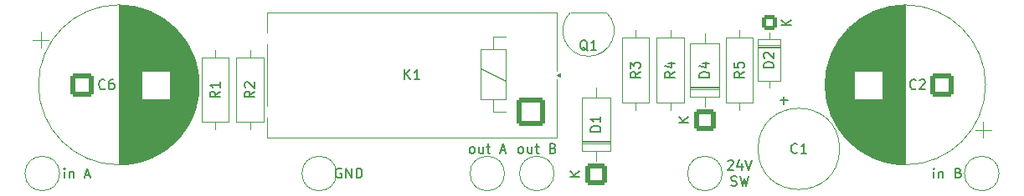
<source format=gto>
%TF.GenerationSoftware,KiCad,Pcbnew,9.0.2-9.0.2-0~ubuntu22.04.1*%
%TF.CreationDate,2025-06-09T10:54:34+02:00*%
%TF.ProjectId,safety_board_Rev-A,73616665-7479-45f6-926f-6172645f5265,rev?*%
%TF.SameCoordinates,Original*%
%TF.FileFunction,Legend,Top*%
%TF.FilePolarity,Positive*%
%FSLAX46Y46*%
G04 Gerber Fmt 4.6, Leading zero omitted, Abs format (unit mm)*
G04 Created by KiCad (PCBNEW 9.0.2-9.0.2-0~ubuntu22.04.1) date 2025-06-09 10:54:34*
%MOMM*%
%LPD*%
G01*
G04 APERTURE LIST*
G04 Aperture macros list*
%AMRoundRect*
0 Rectangle with rounded corners*
0 $1 Rounding radius*
0 $2 $3 $4 $5 $6 $7 $8 $9 X,Y pos of 4 corners*
0 Add a 4 corners polygon primitive as box body*
4,1,4,$2,$3,$4,$5,$6,$7,$8,$9,$2,$3,0*
0 Add four circle primitives for the rounded corners*
1,1,$1+$1,$2,$3*
1,1,$1+$1,$4,$5*
1,1,$1+$1,$6,$7*
1,1,$1+$1,$8,$9*
0 Add four rect primitives between the rounded corners*
20,1,$1+$1,$2,$3,$4,$5,0*
20,1,$1+$1,$4,$5,$6,$7,0*
20,1,$1+$1,$6,$7,$8,$9,0*
20,1,$1+$1,$8,$9,$2,$3,0*%
G04 Aperture macros list end*
%ADD10C,0.150000*%
%ADD11C,0.120000*%
%ADD12C,1.600000*%
%ADD13C,3.600000*%
%ADD14C,5.600000*%
%ADD15RoundRect,0.250000X-0.550000X0.550000X-0.550000X-0.550000X0.550000X-0.550000X0.550000X0.550000X0*%
%ADD16R,1.050000X1.500000*%
%ADD17O,1.050000X1.500000*%
%ADD18C,2.800000*%
%ADD19RoundRect,0.250000X1.150000X1.150000X-1.150000X1.150000X-1.150000X-1.150000X1.150000X-1.150000X0*%
%ADD20C,3.000000*%
%ADD21RoundRect,0.249999X0.850001X-0.850001X0.850001X0.850001X-0.850001X0.850001X-0.850001X-0.850001X0*%
%ADD22C,2.200000*%
%ADD23RoundRect,0.250001X-0.949999X-0.949999X0.949999X-0.949999X0.949999X0.949999X-0.949999X0.949999X0*%
%ADD24C,2.400000*%
%ADD25RoundRect,0.250001X0.949999X0.949999X-0.949999X0.949999X-0.949999X-0.949999X0.949999X-0.949999X0*%
G04 APERTURE END LIST*
D10*
X150809523Y-107954819D02*
X150714285Y-107907200D01*
X150714285Y-107907200D02*
X150666666Y-107859580D01*
X150666666Y-107859580D02*
X150619047Y-107764342D01*
X150619047Y-107764342D02*
X150619047Y-107478628D01*
X150619047Y-107478628D02*
X150666666Y-107383390D01*
X150666666Y-107383390D02*
X150714285Y-107335771D01*
X150714285Y-107335771D02*
X150809523Y-107288152D01*
X150809523Y-107288152D02*
X150952380Y-107288152D01*
X150952380Y-107288152D02*
X151047618Y-107335771D01*
X151047618Y-107335771D02*
X151095237Y-107383390D01*
X151095237Y-107383390D02*
X151142856Y-107478628D01*
X151142856Y-107478628D02*
X151142856Y-107764342D01*
X151142856Y-107764342D02*
X151095237Y-107859580D01*
X151095237Y-107859580D02*
X151047618Y-107907200D01*
X151047618Y-107907200D02*
X150952380Y-107954819D01*
X150952380Y-107954819D02*
X150809523Y-107954819D01*
X151999999Y-107288152D02*
X151999999Y-107954819D01*
X151571428Y-107288152D02*
X151571428Y-107811961D01*
X151571428Y-107811961D02*
X151619047Y-107907200D01*
X151619047Y-107907200D02*
X151714285Y-107954819D01*
X151714285Y-107954819D02*
X151857142Y-107954819D01*
X151857142Y-107954819D02*
X151952380Y-107907200D01*
X151952380Y-107907200D02*
X151999999Y-107859580D01*
X152333333Y-107288152D02*
X152714285Y-107288152D01*
X152476190Y-106954819D02*
X152476190Y-107811961D01*
X152476190Y-107811961D02*
X152523809Y-107907200D01*
X152523809Y-107907200D02*
X152619047Y-107954819D01*
X152619047Y-107954819D02*
X152714285Y-107954819D01*
X154142857Y-107431009D02*
X154285714Y-107478628D01*
X154285714Y-107478628D02*
X154333333Y-107526247D01*
X154333333Y-107526247D02*
X154380952Y-107621485D01*
X154380952Y-107621485D02*
X154380952Y-107764342D01*
X154380952Y-107764342D02*
X154333333Y-107859580D01*
X154333333Y-107859580D02*
X154285714Y-107907200D01*
X154285714Y-107907200D02*
X154190476Y-107954819D01*
X154190476Y-107954819D02*
X153809524Y-107954819D01*
X153809524Y-107954819D02*
X153809524Y-106954819D01*
X153809524Y-106954819D02*
X154142857Y-106954819D01*
X154142857Y-106954819D02*
X154238095Y-107002438D01*
X154238095Y-107002438D02*
X154285714Y-107050057D01*
X154285714Y-107050057D02*
X154333333Y-107145295D01*
X154333333Y-107145295D02*
X154333333Y-107240533D01*
X154333333Y-107240533D02*
X154285714Y-107335771D01*
X154285714Y-107335771D02*
X154238095Y-107383390D01*
X154238095Y-107383390D02*
X154142857Y-107431009D01*
X154142857Y-107431009D02*
X153809524Y-107431009D01*
X177119048Y-102573866D02*
X177880953Y-102573866D01*
X177500000Y-102954819D02*
X177500000Y-102192914D01*
X171809524Y-108745085D02*
X171857143Y-108697466D01*
X171857143Y-108697466D02*
X171952381Y-108649847D01*
X171952381Y-108649847D02*
X172190476Y-108649847D01*
X172190476Y-108649847D02*
X172285714Y-108697466D01*
X172285714Y-108697466D02*
X172333333Y-108745085D01*
X172333333Y-108745085D02*
X172380952Y-108840323D01*
X172380952Y-108840323D02*
X172380952Y-108935561D01*
X172380952Y-108935561D02*
X172333333Y-109078418D01*
X172333333Y-109078418D02*
X171761905Y-109649847D01*
X171761905Y-109649847D02*
X172380952Y-109649847D01*
X173238095Y-108983180D02*
X173238095Y-109649847D01*
X173000000Y-108602228D02*
X172761905Y-109316513D01*
X172761905Y-109316513D02*
X173380952Y-109316513D01*
X173619048Y-108649847D02*
X173952381Y-109649847D01*
X173952381Y-109649847D02*
X174285714Y-108649847D01*
X172142857Y-111212172D02*
X172285714Y-111259791D01*
X172285714Y-111259791D02*
X172523809Y-111259791D01*
X172523809Y-111259791D02*
X172619047Y-111212172D01*
X172619047Y-111212172D02*
X172666666Y-111164552D01*
X172666666Y-111164552D02*
X172714285Y-111069314D01*
X172714285Y-111069314D02*
X172714285Y-110974076D01*
X172714285Y-110974076D02*
X172666666Y-110878838D01*
X172666666Y-110878838D02*
X172619047Y-110831219D01*
X172619047Y-110831219D02*
X172523809Y-110783600D01*
X172523809Y-110783600D02*
X172333333Y-110735981D01*
X172333333Y-110735981D02*
X172238095Y-110688362D01*
X172238095Y-110688362D02*
X172190476Y-110640743D01*
X172190476Y-110640743D02*
X172142857Y-110545505D01*
X172142857Y-110545505D02*
X172142857Y-110450267D01*
X172142857Y-110450267D02*
X172190476Y-110355029D01*
X172190476Y-110355029D02*
X172238095Y-110307410D01*
X172238095Y-110307410D02*
X172333333Y-110259791D01*
X172333333Y-110259791D02*
X172571428Y-110259791D01*
X172571428Y-110259791D02*
X172714285Y-110307410D01*
X173047619Y-110259791D02*
X173285714Y-111259791D01*
X173285714Y-111259791D02*
X173476190Y-110545505D01*
X173476190Y-110545505D02*
X173666666Y-111259791D01*
X173666666Y-111259791D02*
X173904762Y-110259791D01*
X192666667Y-110454819D02*
X192666667Y-109788152D01*
X192666667Y-109454819D02*
X192619048Y-109502438D01*
X192619048Y-109502438D02*
X192666667Y-109550057D01*
X192666667Y-109550057D02*
X192714286Y-109502438D01*
X192714286Y-109502438D02*
X192666667Y-109454819D01*
X192666667Y-109454819D02*
X192666667Y-109550057D01*
X193142857Y-109788152D02*
X193142857Y-110454819D01*
X193142857Y-109883390D02*
X193190476Y-109835771D01*
X193190476Y-109835771D02*
X193285714Y-109788152D01*
X193285714Y-109788152D02*
X193428571Y-109788152D01*
X193428571Y-109788152D02*
X193523809Y-109835771D01*
X193523809Y-109835771D02*
X193571428Y-109931009D01*
X193571428Y-109931009D02*
X193571428Y-110454819D01*
X195142857Y-109931009D02*
X195285714Y-109978628D01*
X195285714Y-109978628D02*
X195333333Y-110026247D01*
X195333333Y-110026247D02*
X195380952Y-110121485D01*
X195380952Y-110121485D02*
X195380952Y-110264342D01*
X195380952Y-110264342D02*
X195333333Y-110359580D01*
X195333333Y-110359580D02*
X195285714Y-110407200D01*
X195285714Y-110407200D02*
X195190476Y-110454819D01*
X195190476Y-110454819D02*
X194809524Y-110454819D01*
X194809524Y-110454819D02*
X194809524Y-109454819D01*
X194809524Y-109454819D02*
X195142857Y-109454819D01*
X195142857Y-109454819D02*
X195238095Y-109502438D01*
X195238095Y-109502438D02*
X195285714Y-109550057D01*
X195285714Y-109550057D02*
X195333333Y-109645295D01*
X195333333Y-109645295D02*
X195333333Y-109740533D01*
X195333333Y-109740533D02*
X195285714Y-109835771D01*
X195285714Y-109835771D02*
X195238095Y-109883390D01*
X195238095Y-109883390D02*
X195142857Y-109931009D01*
X195142857Y-109931009D02*
X194809524Y-109931009D01*
X132738095Y-109502438D02*
X132642857Y-109454819D01*
X132642857Y-109454819D02*
X132500000Y-109454819D01*
X132500000Y-109454819D02*
X132357143Y-109502438D01*
X132357143Y-109502438D02*
X132261905Y-109597676D01*
X132261905Y-109597676D02*
X132214286Y-109692914D01*
X132214286Y-109692914D02*
X132166667Y-109883390D01*
X132166667Y-109883390D02*
X132166667Y-110026247D01*
X132166667Y-110026247D02*
X132214286Y-110216723D01*
X132214286Y-110216723D02*
X132261905Y-110311961D01*
X132261905Y-110311961D02*
X132357143Y-110407200D01*
X132357143Y-110407200D02*
X132500000Y-110454819D01*
X132500000Y-110454819D02*
X132595238Y-110454819D01*
X132595238Y-110454819D02*
X132738095Y-110407200D01*
X132738095Y-110407200D02*
X132785714Y-110359580D01*
X132785714Y-110359580D02*
X132785714Y-110026247D01*
X132785714Y-110026247D02*
X132595238Y-110026247D01*
X133214286Y-110454819D02*
X133214286Y-109454819D01*
X133214286Y-109454819D02*
X133785714Y-110454819D01*
X133785714Y-110454819D02*
X133785714Y-109454819D01*
X134261905Y-110454819D02*
X134261905Y-109454819D01*
X134261905Y-109454819D02*
X134500000Y-109454819D01*
X134500000Y-109454819D02*
X134642857Y-109502438D01*
X134642857Y-109502438D02*
X134738095Y-109597676D01*
X134738095Y-109597676D02*
X134785714Y-109692914D01*
X134785714Y-109692914D02*
X134833333Y-109883390D01*
X134833333Y-109883390D02*
X134833333Y-110026247D01*
X134833333Y-110026247D02*
X134785714Y-110216723D01*
X134785714Y-110216723D02*
X134738095Y-110311961D01*
X134738095Y-110311961D02*
X134642857Y-110407200D01*
X134642857Y-110407200D02*
X134500000Y-110454819D01*
X134500000Y-110454819D02*
X134261905Y-110454819D01*
X104738095Y-110454819D02*
X104738095Y-109788152D01*
X104738095Y-109454819D02*
X104690476Y-109502438D01*
X104690476Y-109502438D02*
X104738095Y-109550057D01*
X104738095Y-109550057D02*
X104785714Y-109502438D01*
X104785714Y-109502438D02*
X104738095Y-109454819D01*
X104738095Y-109454819D02*
X104738095Y-109550057D01*
X105214285Y-109788152D02*
X105214285Y-110454819D01*
X105214285Y-109883390D02*
X105261904Y-109835771D01*
X105261904Y-109835771D02*
X105357142Y-109788152D01*
X105357142Y-109788152D02*
X105499999Y-109788152D01*
X105499999Y-109788152D02*
X105595237Y-109835771D01*
X105595237Y-109835771D02*
X105642856Y-109931009D01*
X105642856Y-109931009D02*
X105642856Y-110454819D01*
X106833333Y-110169104D02*
X107309523Y-110169104D01*
X106738095Y-110454819D02*
X107071428Y-109454819D01*
X107071428Y-109454819D02*
X107404761Y-110454819D01*
X145880952Y-107954819D02*
X145785714Y-107907200D01*
X145785714Y-107907200D02*
X145738095Y-107859580D01*
X145738095Y-107859580D02*
X145690476Y-107764342D01*
X145690476Y-107764342D02*
X145690476Y-107478628D01*
X145690476Y-107478628D02*
X145738095Y-107383390D01*
X145738095Y-107383390D02*
X145785714Y-107335771D01*
X145785714Y-107335771D02*
X145880952Y-107288152D01*
X145880952Y-107288152D02*
X146023809Y-107288152D01*
X146023809Y-107288152D02*
X146119047Y-107335771D01*
X146119047Y-107335771D02*
X146166666Y-107383390D01*
X146166666Y-107383390D02*
X146214285Y-107478628D01*
X146214285Y-107478628D02*
X146214285Y-107764342D01*
X146214285Y-107764342D02*
X146166666Y-107859580D01*
X146166666Y-107859580D02*
X146119047Y-107907200D01*
X146119047Y-107907200D02*
X146023809Y-107954819D01*
X146023809Y-107954819D02*
X145880952Y-107954819D01*
X147071428Y-107288152D02*
X147071428Y-107954819D01*
X146642857Y-107288152D02*
X146642857Y-107811961D01*
X146642857Y-107811961D02*
X146690476Y-107907200D01*
X146690476Y-107907200D02*
X146785714Y-107954819D01*
X146785714Y-107954819D02*
X146928571Y-107954819D01*
X146928571Y-107954819D02*
X147023809Y-107907200D01*
X147023809Y-107907200D02*
X147071428Y-107859580D01*
X147404762Y-107288152D02*
X147785714Y-107288152D01*
X147547619Y-106954819D02*
X147547619Y-107811961D01*
X147547619Y-107811961D02*
X147595238Y-107907200D01*
X147595238Y-107907200D02*
X147690476Y-107954819D01*
X147690476Y-107954819D02*
X147785714Y-107954819D01*
X148833334Y-107669104D02*
X149309524Y-107669104D01*
X148738096Y-107954819D02*
X149071429Y-106954819D01*
X149071429Y-106954819D02*
X149404762Y-107954819D01*
X173454819Y-99666666D02*
X172978628Y-99999999D01*
X173454819Y-100238094D02*
X172454819Y-100238094D01*
X172454819Y-100238094D02*
X172454819Y-99857142D01*
X172454819Y-99857142D02*
X172502438Y-99761904D01*
X172502438Y-99761904D02*
X172550057Y-99714285D01*
X172550057Y-99714285D02*
X172645295Y-99666666D01*
X172645295Y-99666666D02*
X172788152Y-99666666D01*
X172788152Y-99666666D02*
X172883390Y-99714285D01*
X172883390Y-99714285D02*
X172931009Y-99761904D01*
X172931009Y-99761904D02*
X172978628Y-99857142D01*
X172978628Y-99857142D02*
X172978628Y-100238094D01*
X172454819Y-98761904D02*
X172454819Y-99238094D01*
X172454819Y-99238094D02*
X172931009Y-99285713D01*
X172931009Y-99285713D02*
X172883390Y-99238094D01*
X172883390Y-99238094D02*
X172835771Y-99142856D01*
X172835771Y-99142856D02*
X172835771Y-98904761D01*
X172835771Y-98904761D02*
X172883390Y-98809523D01*
X172883390Y-98809523D02*
X172931009Y-98761904D01*
X172931009Y-98761904D02*
X173026247Y-98714285D01*
X173026247Y-98714285D02*
X173264342Y-98714285D01*
X173264342Y-98714285D02*
X173359580Y-98761904D01*
X173359580Y-98761904D02*
X173407200Y-98809523D01*
X173407200Y-98809523D02*
X173454819Y-98904761D01*
X173454819Y-98904761D02*
X173454819Y-99142856D01*
X173454819Y-99142856D02*
X173407200Y-99238094D01*
X173407200Y-99238094D02*
X173359580Y-99285713D01*
X176454819Y-99238094D02*
X175454819Y-99238094D01*
X175454819Y-99238094D02*
X175454819Y-98999999D01*
X175454819Y-98999999D02*
X175502438Y-98857142D01*
X175502438Y-98857142D02*
X175597676Y-98761904D01*
X175597676Y-98761904D02*
X175692914Y-98714285D01*
X175692914Y-98714285D02*
X175883390Y-98666666D01*
X175883390Y-98666666D02*
X176026247Y-98666666D01*
X176026247Y-98666666D02*
X176216723Y-98714285D01*
X176216723Y-98714285D02*
X176311961Y-98761904D01*
X176311961Y-98761904D02*
X176407200Y-98857142D01*
X176407200Y-98857142D02*
X176454819Y-98999999D01*
X176454819Y-98999999D02*
X176454819Y-99238094D01*
X175550057Y-98285713D02*
X175502438Y-98238094D01*
X175502438Y-98238094D02*
X175454819Y-98142856D01*
X175454819Y-98142856D02*
X175454819Y-97904761D01*
X175454819Y-97904761D02*
X175502438Y-97809523D01*
X175502438Y-97809523D02*
X175550057Y-97761904D01*
X175550057Y-97761904D02*
X175645295Y-97714285D01*
X175645295Y-97714285D02*
X175740533Y-97714285D01*
X175740533Y-97714285D02*
X175883390Y-97761904D01*
X175883390Y-97761904D02*
X176454819Y-98333332D01*
X176454819Y-98333332D02*
X176454819Y-97714285D01*
X178254819Y-94951904D02*
X177254819Y-94951904D01*
X178254819Y-94380476D02*
X177683390Y-94809047D01*
X177254819Y-94380476D02*
X177826247Y-94951904D01*
X166454819Y-99666666D02*
X165978628Y-99999999D01*
X166454819Y-100238094D02*
X165454819Y-100238094D01*
X165454819Y-100238094D02*
X165454819Y-99857142D01*
X165454819Y-99857142D02*
X165502438Y-99761904D01*
X165502438Y-99761904D02*
X165550057Y-99714285D01*
X165550057Y-99714285D02*
X165645295Y-99666666D01*
X165645295Y-99666666D02*
X165788152Y-99666666D01*
X165788152Y-99666666D02*
X165883390Y-99714285D01*
X165883390Y-99714285D02*
X165931009Y-99761904D01*
X165931009Y-99761904D02*
X165978628Y-99857142D01*
X165978628Y-99857142D02*
X165978628Y-100238094D01*
X165788152Y-98809523D02*
X166454819Y-98809523D01*
X165407200Y-99047618D02*
X166121485Y-99285713D01*
X166121485Y-99285713D02*
X166121485Y-98666666D01*
X162954819Y-99666666D02*
X162478628Y-99999999D01*
X162954819Y-100238094D02*
X161954819Y-100238094D01*
X161954819Y-100238094D02*
X161954819Y-99857142D01*
X161954819Y-99857142D02*
X162002438Y-99761904D01*
X162002438Y-99761904D02*
X162050057Y-99714285D01*
X162050057Y-99714285D02*
X162145295Y-99666666D01*
X162145295Y-99666666D02*
X162288152Y-99666666D01*
X162288152Y-99666666D02*
X162383390Y-99714285D01*
X162383390Y-99714285D02*
X162431009Y-99761904D01*
X162431009Y-99761904D02*
X162478628Y-99857142D01*
X162478628Y-99857142D02*
X162478628Y-100238094D01*
X161954819Y-99333332D02*
X161954819Y-98714285D01*
X161954819Y-98714285D02*
X162335771Y-99047618D01*
X162335771Y-99047618D02*
X162335771Y-98904761D01*
X162335771Y-98904761D02*
X162383390Y-98809523D01*
X162383390Y-98809523D02*
X162431009Y-98761904D01*
X162431009Y-98761904D02*
X162526247Y-98714285D01*
X162526247Y-98714285D02*
X162764342Y-98714285D01*
X162764342Y-98714285D02*
X162859580Y-98761904D01*
X162859580Y-98761904D02*
X162907200Y-98809523D01*
X162907200Y-98809523D02*
X162954819Y-98904761D01*
X162954819Y-98904761D02*
X162954819Y-99190475D01*
X162954819Y-99190475D02*
X162907200Y-99285713D01*
X162907200Y-99285713D02*
X162859580Y-99333332D01*
X123954819Y-101666666D02*
X123478628Y-101999999D01*
X123954819Y-102238094D02*
X122954819Y-102238094D01*
X122954819Y-102238094D02*
X122954819Y-101857142D01*
X122954819Y-101857142D02*
X123002438Y-101761904D01*
X123002438Y-101761904D02*
X123050057Y-101714285D01*
X123050057Y-101714285D02*
X123145295Y-101666666D01*
X123145295Y-101666666D02*
X123288152Y-101666666D01*
X123288152Y-101666666D02*
X123383390Y-101714285D01*
X123383390Y-101714285D02*
X123431009Y-101761904D01*
X123431009Y-101761904D02*
X123478628Y-101857142D01*
X123478628Y-101857142D02*
X123478628Y-102238094D01*
X123050057Y-101285713D02*
X123002438Y-101238094D01*
X123002438Y-101238094D02*
X122954819Y-101142856D01*
X122954819Y-101142856D02*
X122954819Y-100904761D01*
X122954819Y-100904761D02*
X123002438Y-100809523D01*
X123002438Y-100809523D02*
X123050057Y-100761904D01*
X123050057Y-100761904D02*
X123145295Y-100714285D01*
X123145295Y-100714285D02*
X123240533Y-100714285D01*
X123240533Y-100714285D02*
X123383390Y-100761904D01*
X123383390Y-100761904D02*
X123954819Y-101333332D01*
X123954819Y-101333332D02*
X123954819Y-100714285D01*
X120454819Y-101666666D02*
X119978628Y-101999999D01*
X120454819Y-102238094D02*
X119454819Y-102238094D01*
X119454819Y-102238094D02*
X119454819Y-101857142D01*
X119454819Y-101857142D02*
X119502438Y-101761904D01*
X119502438Y-101761904D02*
X119550057Y-101714285D01*
X119550057Y-101714285D02*
X119645295Y-101666666D01*
X119645295Y-101666666D02*
X119788152Y-101666666D01*
X119788152Y-101666666D02*
X119883390Y-101714285D01*
X119883390Y-101714285D02*
X119931009Y-101761904D01*
X119931009Y-101761904D02*
X119978628Y-101857142D01*
X119978628Y-101857142D02*
X119978628Y-102238094D01*
X120454819Y-100714285D02*
X120454819Y-101285713D01*
X120454819Y-100999999D02*
X119454819Y-100999999D01*
X119454819Y-100999999D02*
X119597676Y-101095237D01*
X119597676Y-101095237D02*
X119692914Y-101190475D01*
X119692914Y-101190475D02*
X119740533Y-101285713D01*
X157634761Y-97550057D02*
X157539523Y-97502438D01*
X157539523Y-97502438D02*
X157444285Y-97407200D01*
X157444285Y-97407200D02*
X157301428Y-97264342D01*
X157301428Y-97264342D02*
X157206190Y-97216723D01*
X157206190Y-97216723D02*
X157110952Y-97216723D01*
X157158571Y-97454819D02*
X157063333Y-97407200D01*
X157063333Y-97407200D02*
X156968095Y-97311961D01*
X156968095Y-97311961D02*
X156920476Y-97121485D01*
X156920476Y-97121485D02*
X156920476Y-96788152D01*
X156920476Y-96788152D02*
X156968095Y-96597676D01*
X156968095Y-96597676D02*
X157063333Y-96502438D01*
X157063333Y-96502438D02*
X157158571Y-96454819D01*
X157158571Y-96454819D02*
X157349047Y-96454819D01*
X157349047Y-96454819D02*
X157444285Y-96502438D01*
X157444285Y-96502438D02*
X157539523Y-96597676D01*
X157539523Y-96597676D02*
X157587142Y-96788152D01*
X157587142Y-96788152D02*
X157587142Y-97121485D01*
X157587142Y-97121485D02*
X157539523Y-97311961D01*
X157539523Y-97311961D02*
X157444285Y-97407200D01*
X157444285Y-97407200D02*
X157349047Y-97454819D01*
X157349047Y-97454819D02*
X157158571Y-97454819D01*
X158539523Y-97454819D02*
X157968095Y-97454819D01*
X158253809Y-97454819D02*
X158253809Y-96454819D01*
X158253809Y-96454819D02*
X158158571Y-96597676D01*
X158158571Y-96597676D02*
X158063333Y-96692914D01*
X158063333Y-96692914D02*
X157968095Y-96740533D01*
X139139700Y-100454819D02*
X139139700Y-99454819D01*
X139711128Y-100454819D02*
X139282557Y-99883390D01*
X139711128Y-99454819D02*
X139139700Y-100026247D01*
X140663509Y-100454819D02*
X140092081Y-100454819D01*
X140377795Y-100454819D02*
X140377795Y-99454819D01*
X140377795Y-99454819D02*
X140282557Y-99597676D01*
X140282557Y-99597676D02*
X140187319Y-99692914D01*
X140187319Y-99692914D02*
X140092081Y-99740533D01*
X169954819Y-100238094D02*
X168954819Y-100238094D01*
X168954819Y-100238094D02*
X168954819Y-99999999D01*
X168954819Y-99999999D02*
X169002438Y-99857142D01*
X169002438Y-99857142D02*
X169097676Y-99761904D01*
X169097676Y-99761904D02*
X169192914Y-99714285D01*
X169192914Y-99714285D02*
X169383390Y-99666666D01*
X169383390Y-99666666D02*
X169526247Y-99666666D01*
X169526247Y-99666666D02*
X169716723Y-99714285D01*
X169716723Y-99714285D02*
X169811961Y-99761904D01*
X169811961Y-99761904D02*
X169907200Y-99857142D01*
X169907200Y-99857142D02*
X169954819Y-99999999D01*
X169954819Y-99999999D02*
X169954819Y-100238094D01*
X169288152Y-98809523D02*
X169954819Y-98809523D01*
X168907200Y-99047618D02*
X169621485Y-99285713D01*
X169621485Y-99285713D02*
X169621485Y-98666666D01*
X167854819Y-104841904D02*
X166854819Y-104841904D01*
X167854819Y-104270476D02*
X167283390Y-104699047D01*
X166854819Y-104270476D02*
X167426247Y-104841904D01*
X158954819Y-105738094D02*
X157954819Y-105738094D01*
X157954819Y-105738094D02*
X157954819Y-105499999D01*
X157954819Y-105499999D02*
X158002438Y-105357142D01*
X158002438Y-105357142D02*
X158097676Y-105261904D01*
X158097676Y-105261904D02*
X158192914Y-105214285D01*
X158192914Y-105214285D02*
X158383390Y-105166666D01*
X158383390Y-105166666D02*
X158526247Y-105166666D01*
X158526247Y-105166666D02*
X158716723Y-105214285D01*
X158716723Y-105214285D02*
X158811961Y-105261904D01*
X158811961Y-105261904D02*
X158907200Y-105357142D01*
X158907200Y-105357142D02*
X158954819Y-105499999D01*
X158954819Y-105499999D02*
X158954819Y-105738094D01*
X158954819Y-104214285D02*
X158954819Y-104785713D01*
X158954819Y-104499999D02*
X157954819Y-104499999D01*
X157954819Y-104499999D02*
X158097676Y-104595237D01*
X158097676Y-104595237D02*
X158192914Y-104690475D01*
X158192914Y-104690475D02*
X158240533Y-104785713D01*
X156854819Y-110341904D02*
X155854819Y-110341904D01*
X156854819Y-109770476D02*
X156283390Y-110199047D01*
X155854819Y-109770476D02*
X156426247Y-110341904D01*
X108833333Y-101359580D02*
X108785714Y-101407200D01*
X108785714Y-101407200D02*
X108642857Y-101454819D01*
X108642857Y-101454819D02*
X108547619Y-101454819D01*
X108547619Y-101454819D02*
X108404762Y-101407200D01*
X108404762Y-101407200D02*
X108309524Y-101311961D01*
X108309524Y-101311961D02*
X108261905Y-101216723D01*
X108261905Y-101216723D02*
X108214286Y-101026247D01*
X108214286Y-101026247D02*
X108214286Y-100883390D01*
X108214286Y-100883390D02*
X108261905Y-100692914D01*
X108261905Y-100692914D02*
X108309524Y-100597676D01*
X108309524Y-100597676D02*
X108404762Y-100502438D01*
X108404762Y-100502438D02*
X108547619Y-100454819D01*
X108547619Y-100454819D02*
X108642857Y-100454819D01*
X108642857Y-100454819D02*
X108785714Y-100502438D01*
X108785714Y-100502438D02*
X108833333Y-100550057D01*
X109690476Y-100454819D02*
X109500000Y-100454819D01*
X109500000Y-100454819D02*
X109404762Y-100502438D01*
X109404762Y-100502438D02*
X109357143Y-100550057D01*
X109357143Y-100550057D02*
X109261905Y-100692914D01*
X109261905Y-100692914D02*
X109214286Y-100883390D01*
X109214286Y-100883390D02*
X109214286Y-101264342D01*
X109214286Y-101264342D02*
X109261905Y-101359580D01*
X109261905Y-101359580D02*
X109309524Y-101407200D01*
X109309524Y-101407200D02*
X109404762Y-101454819D01*
X109404762Y-101454819D02*
X109595238Y-101454819D01*
X109595238Y-101454819D02*
X109690476Y-101407200D01*
X109690476Y-101407200D02*
X109738095Y-101359580D01*
X109738095Y-101359580D02*
X109785714Y-101264342D01*
X109785714Y-101264342D02*
X109785714Y-101026247D01*
X109785714Y-101026247D02*
X109738095Y-100931009D01*
X109738095Y-100931009D02*
X109690476Y-100883390D01*
X109690476Y-100883390D02*
X109595238Y-100835771D01*
X109595238Y-100835771D02*
X109404762Y-100835771D01*
X109404762Y-100835771D02*
X109309524Y-100883390D01*
X109309524Y-100883390D02*
X109261905Y-100931009D01*
X109261905Y-100931009D02*
X109214286Y-101026247D01*
X190833333Y-101359580D02*
X190785714Y-101407200D01*
X190785714Y-101407200D02*
X190642857Y-101454819D01*
X190642857Y-101454819D02*
X190547619Y-101454819D01*
X190547619Y-101454819D02*
X190404762Y-101407200D01*
X190404762Y-101407200D02*
X190309524Y-101311961D01*
X190309524Y-101311961D02*
X190261905Y-101216723D01*
X190261905Y-101216723D02*
X190214286Y-101026247D01*
X190214286Y-101026247D02*
X190214286Y-100883390D01*
X190214286Y-100883390D02*
X190261905Y-100692914D01*
X190261905Y-100692914D02*
X190309524Y-100597676D01*
X190309524Y-100597676D02*
X190404762Y-100502438D01*
X190404762Y-100502438D02*
X190547619Y-100454819D01*
X190547619Y-100454819D02*
X190642857Y-100454819D01*
X190642857Y-100454819D02*
X190785714Y-100502438D01*
X190785714Y-100502438D02*
X190833333Y-100550057D01*
X191214286Y-100550057D02*
X191261905Y-100502438D01*
X191261905Y-100502438D02*
X191357143Y-100454819D01*
X191357143Y-100454819D02*
X191595238Y-100454819D01*
X191595238Y-100454819D02*
X191690476Y-100502438D01*
X191690476Y-100502438D02*
X191738095Y-100550057D01*
X191738095Y-100550057D02*
X191785714Y-100645295D01*
X191785714Y-100645295D02*
X191785714Y-100740533D01*
X191785714Y-100740533D02*
X191738095Y-100883390D01*
X191738095Y-100883390D02*
X191166667Y-101454819D01*
X191166667Y-101454819D02*
X191785714Y-101454819D01*
X178833333Y-107859580D02*
X178785714Y-107907200D01*
X178785714Y-107907200D02*
X178642857Y-107954819D01*
X178642857Y-107954819D02*
X178547619Y-107954819D01*
X178547619Y-107954819D02*
X178404762Y-107907200D01*
X178404762Y-107907200D02*
X178309524Y-107811961D01*
X178309524Y-107811961D02*
X178261905Y-107716723D01*
X178261905Y-107716723D02*
X178214286Y-107526247D01*
X178214286Y-107526247D02*
X178214286Y-107383390D01*
X178214286Y-107383390D02*
X178261905Y-107192914D01*
X178261905Y-107192914D02*
X178309524Y-107097676D01*
X178309524Y-107097676D02*
X178404762Y-107002438D01*
X178404762Y-107002438D02*
X178547619Y-106954819D01*
X178547619Y-106954819D02*
X178642857Y-106954819D01*
X178642857Y-106954819D02*
X178785714Y-107002438D01*
X178785714Y-107002438D02*
X178833333Y-107050057D01*
X179785714Y-107954819D02*
X179214286Y-107954819D01*
X179500000Y-107954819D02*
X179500000Y-106954819D01*
X179500000Y-106954819D02*
X179404762Y-107097676D01*
X179404762Y-107097676D02*
X179309524Y-107192914D01*
X179309524Y-107192914D02*
X179214286Y-107240533D01*
%TO.C,R5*%
D11*
X171630000Y-102770000D02*
X174370000Y-102770000D01*
X174370000Y-96230000D01*
X171630000Y-96230000D01*
X171630000Y-102770000D01*
X173000000Y-95460000D02*
X173000000Y-96230000D01*
X173000000Y-103540000D02*
X173000000Y-102770000D01*
%TO.C,D2*%
X176000000Y-95730000D02*
X176000000Y-96380000D01*
X177120000Y-96980000D02*
X174880000Y-96980000D01*
X177120000Y-97100000D02*
X174880000Y-97100000D01*
X177120000Y-97220000D02*
X174880000Y-97220000D01*
X176000000Y-101270000D02*
X176000000Y-100620000D01*
X177120000Y-96380000D02*
X174880000Y-96380000D01*
X174880000Y-100620000D01*
X177120000Y-100620000D01*
X177120000Y-96380000D01*
%TO.C,R4*%
X166000000Y-95460000D02*
X166000000Y-96230000D01*
X166000000Y-103540000D02*
X166000000Y-102770000D01*
X167370000Y-96230000D02*
X164630000Y-96230000D01*
X164630000Y-102770000D01*
X167370000Y-102770000D01*
X167370000Y-96230000D01*
%TO.C,R3*%
X162500000Y-103540000D02*
X162500000Y-102770000D01*
X162500000Y-95460000D02*
X162500000Y-96230000D01*
X161130000Y-102770000D02*
X163870000Y-102770000D01*
X163870000Y-96230000D01*
X161130000Y-96230000D01*
X161130000Y-102770000D01*
%TO.C,R2*%
X123500000Y-97460000D02*
X123500000Y-98230000D01*
X123500000Y-105540000D02*
X123500000Y-104770000D01*
X124870000Y-98230000D02*
X122130000Y-98230000D01*
X122130000Y-104770000D01*
X124870000Y-104770000D01*
X124870000Y-98230000D01*
%TO.C,R1*%
X120000000Y-97460000D02*
X120000000Y-98230000D01*
X120000000Y-105540000D02*
X120000000Y-104770000D01*
X121370000Y-98230000D02*
X118630000Y-98230000D01*
X118630000Y-104770000D01*
X121370000Y-104770000D01*
X121370000Y-98230000D01*
%TO.C,Q1*%
X159530000Y-93650000D02*
X155930000Y-93650000D01*
X159568478Y-93661522D02*
G75*
G02*
X157730000Y-98100001I-1838478J-1838478D01*
G01*
X157730000Y-98100000D02*
G75*
G02*
X155891522Y-93661522I0J2600000D01*
G01*
%TO.C,K1*%
X154497795Y-106320000D02*
X125257795Y-106320000D01*
X154497795Y-100400000D02*
X154497795Y-106320000D01*
X154497795Y-99600000D02*
X154497795Y-93680000D01*
X149337795Y-103750000D02*
X148067795Y-103750000D01*
X149337795Y-102480000D02*
X148067795Y-102480000D01*
X149337795Y-100575000D02*
X146797795Y-99305000D01*
X149337795Y-97400000D02*
X149337795Y-102480000D01*
X148067795Y-103750000D02*
X148067795Y-102480000D01*
X148067795Y-102480000D02*
X146797795Y-102480000D01*
X148067795Y-97400000D02*
X148067795Y-96130000D01*
X148067795Y-96130000D02*
X149337795Y-96130000D01*
X146797795Y-102480000D02*
X146797795Y-97400000D01*
X146797795Y-97400000D02*
X149337795Y-97400000D01*
X125257795Y-104350000D02*
X125257795Y-106320000D01*
X125257795Y-103150000D02*
X125257795Y-96850000D01*
X125257795Y-93680000D02*
X154497795Y-93680000D01*
X125257795Y-93680000D02*
X125257795Y-95650000D01*
X154837206Y-100200000D02*
X154497795Y-100000000D01*
X154837206Y-99800000D01*
X154837206Y-100200000D01*
G36*
X154837206Y-100200000D02*
G01*
X154497795Y-100000000D01*
X154837206Y-99800000D01*
X154837206Y-100200000D01*
G37*
%TO.C,J9*%
X149250000Y-110000000D02*
G75*
G02*
X145750000Y-110000000I-1750000J0D01*
G01*
X145750000Y-110000000D02*
G75*
G02*
X149250000Y-110000000I1750000J0D01*
G01*
%TO.C,J8*%
X154250000Y-110000000D02*
G75*
G02*
X150750000Y-110000000I-1750000J0D01*
G01*
X150750000Y-110000000D02*
G75*
G02*
X154250000Y-110000000I1750000J0D01*
G01*
%TO.C,J6*%
X132250000Y-110000000D02*
G75*
G02*
X128750000Y-110000000I-1750000J0D01*
G01*
X128750000Y-110000000D02*
G75*
G02*
X132250000Y-110000000I1750000J0D01*
G01*
%TO.C,J4*%
X199250000Y-110000000D02*
G75*
G02*
X195750000Y-110000000I-1750000J0D01*
G01*
X195750000Y-110000000D02*
G75*
G02*
X199250000Y-110000000I1750000J0D01*
G01*
%TO.C,J2*%
X104250000Y-110000000D02*
G75*
G02*
X100750000Y-110000000I-1750000J0D01*
G01*
X100750000Y-110000000D02*
G75*
G02*
X104250000Y-110000000I1750000J0D01*
G01*
%TO.C,J1*%
X171250000Y-110000000D02*
G75*
G02*
X167750000Y-110000000I-1750000J0D01*
G01*
X167750000Y-110000000D02*
G75*
G02*
X171250000Y-110000000I1750000J0D01*
G01*
%TO.C,D4*%
X169500000Y-103240000D02*
X169500000Y-102220000D01*
X168030000Y-101440000D02*
X170970000Y-101440000D01*
X168030000Y-101320000D02*
X170970000Y-101320000D01*
X168030000Y-101200000D02*
X170970000Y-101200000D01*
X169500000Y-95760000D02*
X169500000Y-96780000D01*
X168030000Y-102220000D02*
X170970000Y-102220000D01*
X170970000Y-96780000D01*
X168030000Y-96780000D01*
X168030000Y-102220000D01*
%TO.C,D1*%
X158500000Y-108740000D02*
X158500000Y-107720000D01*
X157030000Y-106940000D02*
X159970000Y-106940000D01*
X157030000Y-106820000D02*
X159970000Y-106820000D01*
X157030000Y-106700000D02*
X159970000Y-106700000D01*
X158500000Y-101260000D02*
X158500000Y-102280000D01*
X157030000Y-107720000D02*
X159970000Y-107720000D01*
X159970000Y-102280000D01*
X157030000Y-102280000D01*
X157030000Y-107720000D01*
%TO.C,C6*%
X101547755Y-96445000D02*
X103147755Y-96445000D01*
X102347755Y-95645000D02*
X102347755Y-97245000D01*
X110237246Y-92920000D02*
X110237246Y-109080000D01*
X110277246Y-92920000D02*
X110277246Y-109080000D01*
X110317246Y-92920000D02*
X110317246Y-109080000D01*
X110357246Y-92921000D02*
X110357246Y-109079000D01*
X110397246Y-92922000D02*
X110397246Y-109078000D01*
X110437246Y-92922000D02*
X110437246Y-109078000D01*
X110477246Y-92924000D02*
X110477246Y-109076000D01*
X110517246Y-92925000D02*
X110517246Y-109075000D01*
X110557246Y-92926000D02*
X110557246Y-109074000D01*
X110597246Y-92928000D02*
X110597246Y-109072000D01*
X110637246Y-92930000D02*
X110637246Y-109070000D01*
X110677246Y-92932000D02*
X110677246Y-109068000D01*
X110717246Y-92934000D02*
X110717246Y-109066000D01*
X110757246Y-92937000D02*
X110757246Y-109063000D01*
X110797246Y-92939000D02*
X110797246Y-109061000D01*
X110837246Y-92942000D02*
X110837246Y-109058000D01*
X110877246Y-92945000D02*
X110877246Y-109055000D01*
X110917246Y-92949000D02*
X110917246Y-109051000D01*
X110957246Y-92952000D02*
X110957246Y-109048000D01*
X110997246Y-92956000D02*
X110997246Y-109044000D01*
X111037246Y-92960000D02*
X111037246Y-109040000D01*
X111077246Y-92964000D02*
X111077246Y-109036000D01*
X111117246Y-92968000D02*
X111117246Y-109032000D01*
X111157246Y-92972000D02*
X111157246Y-109028000D01*
X111197246Y-92977000D02*
X111197246Y-109023000D01*
X111237246Y-92982000D02*
X111237246Y-109018000D01*
X111277246Y-92987000D02*
X111277246Y-109013000D01*
X111317246Y-92992000D02*
X111317246Y-109008000D01*
X111357246Y-92998000D02*
X111357246Y-109002000D01*
X111397246Y-93003000D02*
X111397246Y-108997000D01*
X111437246Y-93009000D02*
X111437246Y-108991000D01*
X111477246Y-93015000D02*
X111477246Y-108985000D01*
X111517246Y-93022000D02*
X111517246Y-108978000D01*
X111557246Y-93028000D02*
X111557246Y-108972000D01*
X111597246Y-93035000D02*
X111597246Y-108965000D01*
X111637246Y-93042000D02*
X111637246Y-108958000D01*
X111677246Y-93049000D02*
X111677246Y-108951000D01*
X111717246Y-93056000D02*
X111717246Y-108944000D01*
X111757246Y-93064000D02*
X111757246Y-108936000D01*
X111797246Y-93071000D02*
X111797246Y-108929000D01*
X111837246Y-93079000D02*
X111837246Y-108921000D01*
X111877246Y-93087000D02*
X111877246Y-108913000D01*
X111917246Y-93096000D02*
X111917246Y-108904000D01*
X111957246Y-93104000D02*
X111957246Y-108896000D01*
X111997246Y-93113000D02*
X111997246Y-108887000D01*
X112037246Y-93122000D02*
X112037246Y-108878000D01*
X112077246Y-93131000D02*
X112077246Y-108869000D01*
X112117246Y-93141000D02*
X112117246Y-108859000D01*
X112157246Y-93150000D02*
X112157246Y-108850000D01*
X112197246Y-93160000D02*
X112197246Y-108840000D01*
X112237246Y-93170000D02*
X112237246Y-108830000D01*
X112277246Y-93180000D02*
X112277246Y-108820000D01*
X112317246Y-93191000D02*
X112317246Y-108809000D01*
X112357246Y-93202000D02*
X112357246Y-108798000D01*
X112397246Y-93213000D02*
X112397246Y-108787000D01*
X112437246Y-93224000D02*
X112437246Y-108776000D01*
X112477246Y-93235000D02*
X112477246Y-108765000D01*
X112517246Y-93247000D02*
X112517246Y-108753000D01*
X112557246Y-93258000D02*
X112557246Y-99560000D01*
X112557246Y-102440000D02*
X112557246Y-108742000D01*
X112597246Y-93271000D02*
X112597246Y-99560000D01*
X112597246Y-102440000D02*
X112597246Y-108729000D01*
X112637246Y-93283000D02*
X112637246Y-99560000D01*
X112637246Y-102440000D02*
X112637246Y-108717000D01*
X112677246Y-93295000D02*
X112677246Y-99560000D01*
X112677246Y-102440000D02*
X112677246Y-108705000D01*
X112717246Y-93308000D02*
X112717246Y-99560000D01*
X112717246Y-102440000D02*
X112717246Y-108692000D01*
X112757246Y-93321000D02*
X112757246Y-99560000D01*
X112757246Y-102440000D02*
X112757246Y-108679000D01*
X112797246Y-93334000D02*
X112797246Y-99560000D01*
X112797246Y-102440000D02*
X112797246Y-108666000D01*
X112837246Y-93348000D02*
X112837246Y-99560000D01*
X112837246Y-102440000D02*
X112837246Y-108652000D01*
X112877246Y-93361000D02*
X112877246Y-99560000D01*
X112877246Y-102440000D02*
X112877246Y-108639000D01*
X112917246Y-93375000D02*
X112917246Y-99560000D01*
X112917246Y-102440000D02*
X112917246Y-108625000D01*
X112957246Y-93389000D02*
X112957246Y-99560000D01*
X112957246Y-102440000D02*
X112957246Y-108611000D01*
X112997246Y-93403000D02*
X112997246Y-99560000D01*
X112997246Y-102440000D02*
X112997246Y-108597000D01*
X113037246Y-93418000D02*
X113037246Y-99560000D01*
X113037246Y-102440000D02*
X113037246Y-108582000D01*
X113077246Y-93433000D02*
X113077246Y-99560000D01*
X113077246Y-102440000D02*
X113077246Y-108567000D01*
X113117246Y-93448000D02*
X113117246Y-99560000D01*
X113117246Y-102440000D02*
X113117246Y-108552000D01*
X113157246Y-93463000D02*
X113157246Y-99560000D01*
X113157246Y-102440000D02*
X113157246Y-108537000D01*
X113197246Y-93479000D02*
X113197246Y-99560000D01*
X113197246Y-102440000D02*
X113197246Y-108521000D01*
X113237246Y-93495000D02*
X113237246Y-99560000D01*
X113237246Y-102440000D02*
X113237246Y-108505000D01*
X113277246Y-93511000D02*
X113277246Y-99560000D01*
X113277246Y-102440000D02*
X113277246Y-108489000D01*
X113317246Y-93527000D02*
X113317246Y-99560000D01*
X113317246Y-102440000D02*
X113317246Y-108473000D01*
X113357246Y-93543000D02*
X113357246Y-99560000D01*
X113357246Y-102440000D02*
X113357246Y-108457000D01*
X113397246Y-93560000D02*
X113397246Y-99560000D01*
X113397246Y-102440000D02*
X113397246Y-108440000D01*
X113437246Y-93577000D02*
X113437246Y-99560000D01*
X113437246Y-102440000D02*
X113437246Y-108423000D01*
X113477246Y-93594000D02*
X113477246Y-99560000D01*
X113477246Y-102440000D02*
X113477246Y-108406000D01*
X113517246Y-93612000D02*
X113517246Y-99560000D01*
X113517246Y-102440000D02*
X113517246Y-108388000D01*
X113557246Y-93630000D02*
X113557246Y-99560000D01*
X113557246Y-102440000D02*
X113557246Y-108370000D01*
X113597246Y-93648000D02*
X113597246Y-99560000D01*
X113597246Y-102440000D02*
X113597246Y-108352000D01*
X113637246Y-93666000D02*
X113637246Y-99560000D01*
X113637246Y-102440000D02*
X113637246Y-108334000D01*
X113677246Y-93685000D02*
X113677246Y-99560000D01*
X113677246Y-102440000D02*
X113677246Y-108315000D01*
X113717246Y-93704000D02*
X113717246Y-99560000D01*
X113717246Y-102440000D02*
X113717246Y-108296000D01*
X113757246Y-93723000D02*
X113757246Y-99560000D01*
X113757246Y-102440000D02*
X113757246Y-108277000D01*
X113797246Y-93742000D02*
X113797246Y-99560000D01*
X113797246Y-102440000D02*
X113797246Y-108258000D01*
X113837246Y-93762000D02*
X113837246Y-99560000D01*
X113837246Y-102440000D02*
X113837246Y-108238000D01*
X113877246Y-93782000D02*
X113877246Y-99560000D01*
X113877246Y-102440000D02*
X113877246Y-108218000D01*
X113917246Y-93802000D02*
X113917246Y-99560000D01*
X113917246Y-102440000D02*
X113917246Y-108198000D01*
X113957246Y-93822000D02*
X113957246Y-99560000D01*
X113957246Y-102440000D02*
X113957246Y-108178000D01*
X113997246Y-93843000D02*
X113997246Y-99560000D01*
X113997246Y-102440000D02*
X113997246Y-108157000D01*
X114037246Y-93864000D02*
X114037246Y-99560000D01*
X114037246Y-102440000D02*
X114037246Y-108136000D01*
X114077246Y-93885000D02*
X114077246Y-99560000D01*
X114077246Y-102440000D02*
X114077246Y-108115000D01*
X114117246Y-93907000D02*
X114117246Y-99560000D01*
X114117246Y-102440000D02*
X114117246Y-108093000D01*
X114157246Y-93929000D02*
X114157246Y-99560000D01*
X114157246Y-102440000D02*
X114157246Y-108071000D01*
X114197246Y-93951000D02*
X114197246Y-99560000D01*
X114197246Y-102440000D02*
X114197246Y-108049000D01*
X114237246Y-93974000D02*
X114237246Y-99560000D01*
X114237246Y-102440000D02*
X114237246Y-108026000D01*
X114277246Y-93996000D02*
X114277246Y-99560000D01*
X114277246Y-102440000D02*
X114277246Y-108004000D01*
X114317246Y-94019000D02*
X114317246Y-99560000D01*
X114317246Y-102440000D02*
X114317246Y-107981000D01*
X114357246Y-94043000D02*
X114357246Y-99560000D01*
X114357246Y-102440000D02*
X114357246Y-107957000D01*
X114397246Y-94067000D02*
X114397246Y-99560000D01*
X114397246Y-102440000D02*
X114397246Y-107933000D01*
X114437246Y-94091000D02*
X114437246Y-99560000D01*
X114437246Y-102440000D02*
X114437246Y-107909000D01*
X114477246Y-94115000D02*
X114477246Y-99560000D01*
X114477246Y-102440000D02*
X114477246Y-107885000D01*
X114517246Y-94140000D02*
X114517246Y-99560000D01*
X114517246Y-102440000D02*
X114517246Y-107860000D01*
X114557246Y-94165000D02*
X114557246Y-99560000D01*
X114557246Y-102440000D02*
X114557246Y-107835000D01*
X114597246Y-94190000D02*
X114597246Y-99560000D01*
X114597246Y-102440000D02*
X114597246Y-107810000D01*
X114637246Y-94215000D02*
X114637246Y-99560000D01*
X114637246Y-102440000D02*
X114637246Y-107785000D01*
X114677246Y-94241000D02*
X114677246Y-99560000D01*
X114677246Y-102440000D02*
X114677246Y-107759000D01*
X114717246Y-94268000D02*
X114717246Y-99560000D01*
X114717246Y-102440000D02*
X114717246Y-107732000D01*
X114757246Y-94294000D02*
X114757246Y-99560000D01*
X114757246Y-102440000D02*
X114757246Y-107706000D01*
X114797246Y-94321000D02*
X114797246Y-99560000D01*
X114797246Y-102440000D02*
X114797246Y-107679000D01*
X114837246Y-94349000D02*
X114837246Y-99560000D01*
X114837246Y-102440000D02*
X114837246Y-107651000D01*
X114877246Y-94376000D02*
X114877246Y-99560000D01*
X114877246Y-102440000D02*
X114877246Y-107624000D01*
X114917246Y-94404000D02*
X114917246Y-99560000D01*
X114917246Y-102440000D02*
X114917246Y-107596000D01*
X114957246Y-94433000D02*
X114957246Y-99560000D01*
X114957246Y-102440000D02*
X114957246Y-107567000D01*
X114997246Y-94461000D02*
X114997246Y-99560000D01*
X114997246Y-102440000D02*
X114997246Y-107539000D01*
X115037246Y-94491000D02*
X115037246Y-99560000D01*
X115037246Y-102440000D02*
X115037246Y-107509000D01*
X115077246Y-94520000D02*
X115077246Y-99560000D01*
X115077246Y-102440000D02*
X115077246Y-107480000D01*
X115117246Y-94550000D02*
X115117246Y-99560000D01*
X115117246Y-102440000D02*
X115117246Y-107450000D01*
X115157246Y-94580000D02*
X115157246Y-99560000D01*
X115157246Y-102440000D02*
X115157246Y-107420000D01*
X115197246Y-94611000D02*
X115197246Y-99560000D01*
X115197246Y-102440000D02*
X115197246Y-107389000D01*
X115237246Y-94642000D02*
X115237246Y-99560000D01*
X115237246Y-102440000D02*
X115237246Y-107358000D01*
X115277246Y-94673000D02*
X115277246Y-99560000D01*
X115277246Y-102440000D02*
X115277246Y-107327000D01*
X115317246Y-94705000D02*
X115317246Y-99560000D01*
X115317246Y-102440000D02*
X115317246Y-107295000D01*
X115357246Y-94738000D02*
X115357246Y-99560000D01*
X115357246Y-102440000D02*
X115357246Y-107262000D01*
X115397246Y-94770000D02*
X115397246Y-99560000D01*
X115397246Y-102440000D02*
X115397246Y-107230000D01*
X115437246Y-94803000D02*
X115437246Y-107197000D01*
X115477246Y-94837000D02*
X115477246Y-107163000D01*
X115517246Y-94871000D02*
X115517246Y-107129000D01*
X115557246Y-94906000D02*
X115557246Y-107094000D01*
X115597246Y-94940000D02*
X115597246Y-107060000D01*
X115637246Y-94976000D02*
X115637246Y-107024000D01*
X115677246Y-95012000D02*
X115677246Y-106988000D01*
X115717246Y-95048000D02*
X115717246Y-106952000D01*
X115757246Y-95085000D02*
X115757246Y-106915000D01*
X115797246Y-95122000D02*
X115797246Y-106878000D01*
X115837246Y-95160000D02*
X115837246Y-106840000D01*
X115877246Y-95198000D02*
X115877246Y-106802000D01*
X115917246Y-95237000D02*
X115917246Y-106763000D01*
X115957246Y-95277000D02*
X115957246Y-106723000D01*
X115997246Y-95317000D02*
X115997246Y-106683000D01*
X116037246Y-95357000D02*
X116037246Y-106643000D01*
X116077246Y-95398000D02*
X116077246Y-106602000D01*
X116117246Y-95440000D02*
X116117246Y-106560000D01*
X116157246Y-95482000D02*
X116157246Y-106518000D01*
X116197246Y-95525000D02*
X116197246Y-106475000D01*
X116237246Y-95569000D02*
X116237246Y-106431000D01*
X116277246Y-95613000D02*
X116277246Y-106387000D01*
X116317246Y-95658000D02*
X116317246Y-106342000D01*
X116357246Y-95703000D02*
X116357246Y-106297000D01*
X116397246Y-95750000D02*
X116397246Y-106250000D01*
X116437246Y-95796000D02*
X116437246Y-106204000D01*
X116477246Y-95844000D02*
X116477246Y-106156000D01*
X116517246Y-95893000D02*
X116517246Y-106107000D01*
X116557246Y-95942000D02*
X116557246Y-106058000D01*
X116597246Y-95992000D02*
X116597246Y-106008000D01*
X116637246Y-96043000D02*
X116637246Y-105957000D01*
X116677246Y-96094000D02*
X116677246Y-105906000D01*
X116717246Y-96147000D02*
X116717246Y-105853000D01*
X116757246Y-96200000D02*
X116757246Y-105800000D01*
X116797246Y-96255000D02*
X116797246Y-105745000D01*
X116837246Y-96310000D02*
X116837246Y-105690000D01*
X116877246Y-96366000D02*
X116877246Y-105634000D01*
X116917246Y-96424000D02*
X116917246Y-105576000D01*
X116957246Y-96482000D02*
X116957246Y-105518000D01*
X116997246Y-96541000D02*
X116997246Y-105459000D01*
X117037246Y-96602000D02*
X117037246Y-105398000D01*
X117077246Y-96664000D02*
X117077246Y-105336000D01*
X117117246Y-96727000D02*
X117117246Y-105273000D01*
X117157246Y-96792000D02*
X117157246Y-105208000D01*
X117197246Y-96858000D02*
X117197246Y-105142000D01*
X117237246Y-96925000D02*
X117237246Y-105075000D01*
X117277246Y-96994000D02*
X117277246Y-105006000D01*
X117317246Y-97064000D02*
X117317246Y-104936000D01*
X117357246Y-97136000D02*
X117357246Y-104864000D01*
X117397246Y-97210000D02*
X117397246Y-104790000D01*
X117437246Y-97286000D02*
X117437246Y-104714000D01*
X117477246Y-97363000D02*
X117477246Y-104637000D01*
X117517246Y-97443000D02*
X117517246Y-104557000D01*
X117557246Y-97525000D02*
X117557246Y-104475000D01*
X117597246Y-97610000D02*
X117597246Y-104390000D01*
X117637246Y-97697000D02*
X117637246Y-104303000D01*
X117677246Y-97787000D02*
X117677246Y-104213000D01*
X117717246Y-97880000D02*
X117717246Y-104120000D01*
X117757246Y-97977000D02*
X117757246Y-104023000D01*
X117797246Y-98077000D02*
X117797246Y-103923000D01*
X117837246Y-98181000D02*
X117837246Y-103819000D01*
X117877246Y-98290000D02*
X117877246Y-103710000D01*
X117917246Y-98403000D02*
X117917246Y-103597000D01*
X117957246Y-98523000D02*
X117957246Y-103477000D01*
X117997246Y-98649000D02*
X117997246Y-103351000D01*
X118037246Y-98783000D02*
X118037246Y-103217000D01*
X118077246Y-98926000D02*
X118077246Y-103074000D01*
X118117246Y-99080000D02*
X118117246Y-102920000D01*
X118157246Y-99249000D02*
X118157246Y-102751000D01*
X118197246Y-99436000D02*
X118197246Y-102564000D01*
X118237246Y-99649000D02*
X118237246Y-102351000D01*
X118277246Y-99903000D02*
X118277246Y-102097000D01*
X118317246Y-100235000D02*
X118317246Y-101765000D01*
X118357246Y-101000000D02*
G75*
G02*
X102117246Y-101000000I-8120000J0D01*
G01*
X102117246Y-101000000D02*
G75*
G02*
X118357246Y-101000000I8120000J0D01*
G01*
%TO.C,C2*%
X198452246Y-105555000D02*
X196852246Y-105555000D01*
X197652246Y-106355000D02*
X197652246Y-104755000D01*
X189762755Y-109080000D02*
X189762755Y-92920000D01*
X189722755Y-109080000D02*
X189722755Y-92920000D01*
X189682755Y-109080000D02*
X189682755Y-92920000D01*
X189642755Y-109079000D02*
X189642755Y-92921000D01*
X189602755Y-109078000D02*
X189602755Y-92922000D01*
X189562755Y-109078000D02*
X189562755Y-92922000D01*
X189522755Y-109076000D02*
X189522755Y-92924000D01*
X189482755Y-109075000D02*
X189482755Y-92925000D01*
X189442755Y-109074000D02*
X189442755Y-92926000D01*
X189402755Y-109072000D02*
X189402755Y-92928000D01*
X189362755Y-109070000D02*
X189362755Y-92930000D01*
X189322755Y-109068000D02*
X189322755Y-92932000D01*
X189282755Y-109066000D02*
X189282755Y-92934000D01*
X189242755Y-109063000D02*
X189242755Y-92937000D01*
X189202755Y-109061000D02*
X189202755Y-92939000D01*
X189162755Y-109058000D02*
X189162755Y-92942000D01*
X189122755Y-109055000D02*
X189122755Y-92945000D01*
X189082755Y-109051000D02*
X189082755Y-92949000D01*
X189042755Y-109048000D02*
X189042755Y-92952000D01*
X189002755Y-109044000D02*
X189002755Y-92956000D01*
X188962755Y-109040000D02*
X188962755Y-92960000D01*
X188922755Y-109036000D02*
X188922755Y-92964000D01*
X188882755Y-109032000D02*
X188882755Y-92968000D01*
X188842755Y-109028000D02*
X188842755Y-92972000D01*
X188802755Y-109023000D02*
X188802755Y-92977000D01*
X188762755Y-109018000D02*
X188762755Y-92982000D01*
X188722755Y-109013000D02*
X188722755Y-92987000D01*
X188682755Y-109008000D02*
X188682755Y-92992000D01*
X188642755Y-109002000D02*
X188642755Y-92998000D01*
X188602755Y-108997000D02*
X188602755Y-93003000D01*
X188562755Y-108991000D02*
X188562755Y-93009000D01*
X188522755Y-108985000D02*
X188522755Y-93015000D01*
X188482755Y-108978000D02*
X188482755Y-93022000D01*
X188442755Y-108972000D02*
X188442755Y-93028000D01*
X188402755Y-108965000D02*
X188402755Y-93035000D01*
X188362755Y-108958000D02*
X188362755Y-93042000D01*
X188322755Y-108951000D02*
X188322755Y-93049000D01*
X188282755Y-108944000D02*
X188282755Y-93056000D01*
X188242755Y-108936000D02*
X188242755Y-93064000D01*
X188202755Y-108929000D02*
X188202755Y-93071000D01*
X188162755Y-108921000D02*
X188162755Y-93079000D01*
X188122755Y-108913000D02*
X188122755Y-93087000D01*
X188082755Y-108904000D02*
X188082755Y-93096000D01*
X188042755Y-108896000D02*
X188042755Y-93104000D01*
X188002755Y-108887000D02*
X188002755Y-93113000D01*
X187962755Y-108878000D02*
X187962755Y-93122000D01*
X187922755Y-108869000D02*
X187922755Y-93131000D01*
X187882755Y-108859000D02*
X187882755Y-93141000D01*
X187842755Y-108850000D02*
X187842755Y-93150000D01*
X187802755Y-108840000D02*
X187802755Y-93160000D01*
X187762755Y-108830000D02*
X187762755Y-93170000D01*
X187722755Y-108820000D02*
X187722755Y-93180000D01*
X187682755Y-108809000D02*
X187682755Y-93191000D01*
X187642755Y-108798000D02*
X187642755Y-93202000D01*
X187602755Y-108787000D02*
X187602755Y-93213000D01*
X187562755Y-108776000D02*
X187562755Y-93224000D01*
X187522755Y-108765000D02*
X187522755Y-93235000D01*
X187482755Y-108753000D02*
X187482755Y-93247000D01*
X187442755Y-108742000D02*
X187442755Y-102440000D01*
X187442755Y-99560000D02*
X187442755Y-93258000D01*
X187402755Y-108729000D02*
X187402755Y-102440000D01*
X187402755Y-99560000D02*
X187402755Y-93271000D01*
X187362755Y-108717000D02*
X187362755Y-102440000D01*
X187362755Y-99560000D02*
X187362755Y-93283000D01*
X187322755Y-108705000D02*
X187322755Y-102440000D01*
X187322755Y-99560000D02*
X187322755Y-93295000D01*
X187282755Y-108692000D02*
X187282755Y-102440000D01*
X187282755Y-99560000D02*
X187282755Y-93308000D01*
X187242755Y-108679000D02*
X187242755Y-102440000D01*
X187242755Y-99560000D02*
X187242755Y-93321000D01*
X187202755Y-108666000D02*
X187202755Y-102440000D01*
X187202755Y-99560000D02*
X187202755Y-93334000D01*
X187162755Y-108652000D02*
X187162755Y-102440000D01*
X187162755Y-99560000D02*
X187162755Y-93348000D01*
X187122755Y-108639000D02*
X187122755Y-102440000D01*
X187122755Y-99560000D02*
X187122755Y-93361000D01*
X187082755Y-108625000D02*
X187082755Y-102440000D01*
X187082755Y-99560000D02*
X187082755Y-93375000D01*
X187042755Y-108611000D02*
X187042755Y-102440000D01*
X187042755Y-99560000D02*
X187042755Y-93389000D01*
X187002755Y-108597000D02*
X187002755Y-102440000D01*
X187002755Y-99560000D02*
X187002755Y-93403000D01*
X186962755Y-108582000D02*
X186962755Y-102440000D01*
X186962755Y-99560000D02*
X186962755Y-93418000D01*
X186922755Y-108567000D02*
X186922755Y-102440000D01*
X186922755Y-99560000D02*
X186922755Y-93433000D01*
X186882755Y-108552000D02*
X186882755Y-102440000D01*
X186882755Y-99560000D02*
X186882755Y-93448000D01*
X186842755Y-108537000D02*
X186842755Y-102440000D01*
X186842755Y-99560000D02*
X186842755Y-93463000D01*
X186802755Y-108521000D02*
X186802755Y-102440000D01*
X186802755Y-99560000D02*
X186802755Y-93479000D01*
X186762755Y-108505000D02*
X186762755Y-102440000D01*
X186762755Y-99560000D02*
X186762755Y-93495000D01*
X186722755Y-108489000D02*
X186722755Y-102440000D01*
X186722755Y-99560000D02*
X186722755Y-93511000D01*
X186682755Y-108473000D02*
X186682755Y-102440000D01*
X186682755Y-99560000D02*
X186682755Y-93527000D01*
X186642755Y-108457000D02*
X186642755Y-102440000D01*
X186642755Y-99560000D02*
X186642755Y-93543000D01*
X186602755Y-108440000D02*
X186602755Y-102440000D01*
X186602755Y-99560000D02*
X186602755Y-93560000D01*
X186562755Y-108423000D02*
X186562755Y-102440000D01*
X186562755Y-99560000D02*
X186562755Y-93577000D01*
X186522755Y-108406000D02*
X186522755Y-102440000D01*
X186522755Y-99560000D02*
X186522755Y-93594000D01*
X186482755Y-108388000D02*
X186482755Y-102440000D01*
X186482755Y-99560000D02*
X186482755Y-93612000D01*
X186442755Y-108370000D02*
X186442755Y-102440000D01*
X186442755Y-99560000D02*
X186442755Y-93630000D01*
X186402755Y-108352000D02*
X186402755Y-102440000D01*
X186402755Y-99560000D02*
X186402755Y-93648000D01*
X186362755Y-108334000D02*
X186362755Y-102440000D01*
X186362755Y-99560000D02*
X186362755Y-93666000D01*
X186322755Y-108315000D02*
X186322755Y-102440000D01*
X186322755Y-99560000D02*
X186322755Y-93685000D01*
X186282755Y-108296000D02*
X186282755Y-102440000D01*
X186282755Y-99560000D02*
X186282755Y-93704000D01*
X186242755Y-108277000D02*
X186242755Y-102440000D01*
X186242755Y-99560000D02*
X186242755Y-93723000D01*
X186202755Y-108258000D02*
X186202755Y-102440000D01*
X186202755Y-99560000D02*
X186202755Y-93742000D01*
X186162755Y-108238000D02*
X186162755Y-102440000D01*
X186162755Y-99560000D02*
X186162755Y-93762000D01*
X186122755Y-108218000D02*
X186122755Y-102440000D01*
X186122755Y-99560000D02*
X186122755Y-93782000D01*
X186082755Y-108198000D02*
X186082755Y-102440000D01*
X186082755Y-99560000D02*
X186082755Y-93802000D01*
X186042755Y-108178000D02*
X186042755Y-102440000D01*
X186042755Y-99560000D02*
X186042755Y-93822000D01*
X186002755Y-108157000D02*
X186002755Y-102440000D01*
X186002755Y-99560000D02*
X186002755Y-93843000D01*
X185962755Y-108136000D02*
X185962755Y-102440000D01*
X185962755Y-99560000D02*
X185962755Y-93864000D01*
X185922755Y-108115000D02*
X185922755Y-102440000D01*
X185922755Y-99560000D02*
X185922755Y-93885000D01*
X185882755Y-108093000D02*
X185882755Y-102440000D01*
X185882755Y-99560000D02*
X185882755Y-93907000D01*
X185842755Y-108071000D02*
X185842755Y-102440000D01*
X185842755Y-99560000D02*
X185842755Y-93929000D01*
X185802755Y-108049000D02*
X185802755Y-102440000D01*
X185802755Y-99560000D02*
X185802755Y-93951000D01*
X185762755Y-108026000D02*
X185762755Y-102440000D01*
X185762755Y-99560000D02*
X185762755Y-93974000D01*
X185722755Y-108004000D02*
X185722755Y-102440000D01*
X185722755Y-99560000D02*
X185722755Y-93996000D01*
X185682755Y-107981000D02*
X185682755Y-102440000D01*
X185682755Y-99560000D02*
X185682755Y-94019000D01*
X185642755Y-107957000D02*
X185642755Y-102440000D01*
X185642755Y-99560000D02*
X185642755Y-94043000D01*
X185602755Y-107933000D02*
X185602755Y-102440000D01*
X185602755Y-99560000D02*
X185602755Y-94067000D01*
X185562755Y-107909000D02*
X185562755Y-102440000D01*
X185562755Y-99560000D02*
X185562755Y-94091000D01*
X185522755Y-107885000D02*
X185522755Y-102440000D01*
X185522755Y-99560000D02*
X185522755Y-94115000D01*
X185482755Y-107860000D02*
X185482755Y-102440000D01*
X185482755Y-99560000D02*
X185482755Y-94140000D01*
X185442755Y-107835000D02*
X185442755Y-102440000D01*
X185442755Y-99560000D02*
X185442755Y-94165000D01*
X185402755Y-107810000D02*
X185402755Y-102440000D01*
X185402755Y-99560000D02*
X185402755Y-94190000D01*
X185362755Y-107785000D02*
X185362755Y-102440000D01*
X185362755Y-99560000D02*
X185362755Y-94215000D01*
X185322755Y-107759000D02*
X185322755Y-102440000D01*
X185322755Y-99560000D02*
X185322755Y-94241000D01*
X185282755Y-107732000D02*
X185282755Y-102440000D01*
X185282755Y-99560000D02*
X185282755Y-94268000D01*
X185242755Y-107706000D02*
X185242755Y-102440000D01*
X185242755Y-99560000D02*
X185242755Y-94294000D01*
X185202755Y-107679000D02*
X185202755Y-102440000D01*
X185202755Y-99560000D02*
X185202755Y-94321000D01*
X185162755Y-107651000D02*
X185162755Y-102440000D01*
X185162755Y-99560000D02*
X185162755Y-94349000D01*
X185122755Y-107624000D02*
X185122755Y-102440000D01*
X185122755Y-99560000D02*
X185122755Y-94376000D01*
X185082755Y-107596000D02*
X185082755Y-102440000D01*
X185082755Y-99560000D02*
X185082755Y-94404000D01*
X185042755Y-107567000D02*
X185042755Y-102440000D01*
X185042755Y-99560000D02*
X185042755Y-94433000D01*
X185002755Y-107539000D02*
X185002755Y-102440000D01*
X185002755Y-99560000D02*
X185002755Y-94461000D01*
X184962755Y-107509000D02*
X184962755Y-102440000D01*
X184962755Y-99560000D02*
X184962755Y-94491000D01*
X184922755Y-107480000D02*
X184922755Y-102440000D01*
X184922755Y-99560000D02*
X184922755Y-94520000D01*
X184882755Y-107450000D02*
X184882755Y-102440000D01*
X184882755Y-99560000D02*
X184882755Y-94550000D01*
X184842755Y-107420000D02*
X184842755Y-102440000D01*
X184842755Y-99560000D02*
X184842755Y-94580000D01*
X184802755Y-107389000D02*
X184802755Y-102440000D01*
X184802755Y-99560000D02*
X184802755Y-94611000D01*
X184762755Y-107358000D02*
X184762755Y-102440000D01*
X184762755Y-99560000D02*
X184762755Y-94642000D01*
X184722755Y-107327000D02*
X184722755Y-102440000D01*
X184722755Y-99560000D02*
X184722755Y-94673000D01*
X184682755Y-107295000D02*
X184682755Y-102440000D01*
X184682755Y-99560000D02*
X184682755Y-94705000D01*
X184642755Y-107262000D02*
X184642755Y-102440000D01*
X184642755Y-99560000D02*
X184642755Y-94738000D01*
X184602755Y-107230000D02*
X184602755Y-102440000D01*
X184602755Y-99560000D02*
X184602755Y-94770000D01*
X184562755Y-107197000D02*
X184562755Y-94803000D01*
X184522755Y-107163000D02*
X184522755Y-94837000D01*
X184482755Y-107129000D02*
X184482755Y-94871000D01*
X184442755Y-107094000D02*
X184442755Y-94906000D01*
X184402755Y-107060000D02*
X184402755Y-94940000D01*
X184362755Y-107024000D02*
X184362755Y-94976000D01*
X184322755Y-106988000D02*
X184322755Y-95012000D01*
X184282755Y-106952000D02*
X184282755Y-95048000D01*
X184242755Y-106915000D02*
X184242755Y-95085000D01*
X184202755Y-106878000D02*
X184202755Y-95122000D01*
X184162755Y-106840000D02*
X184162755Y-95160000D01*
X184122755Y-106802000D02*
X184122755Y-95198000D01*
X184082755Y-106763000D02*
X184082755Y-95237000D01*
X184042755Y-106723000D02*
X184042755Y-95277000D01*
X184002755Y-106683000D02*
X184002755Y-95317000D01*
X183962755Y-106643000D02*
X183962755Y-95357000D01*
X183922755Y-106602000D02*
X183922755Y-95398000D01*
X183882755Y-106560000D02*
X183882755Y-95440000D01*
X183842755Y-106518000D02*
X183842755Y-95482000D01*
X183802755Y-106475000D02*
X183802755Y-95525000D01*
X183762755Y-106431000D02*
X183762755Y-95569000D01*
X183722755Y-106387000D02*
X183722755Y-95613000D01*
X183682755Y-106342000D02*
X183682755Y-95658000D01*
X183642755Y-106297000D02*
X183642755Y-95703000D01*
X183602755Y-106250000D02*
X183602755Y-95750000D01*
X183562755Y-106204000D02*
X183562755Y-95796000D01*
X183522755Y-106156000D02*
X183522755Y-95844000D01*
X183482755Y-106107000D02*
X183482755Y-95893000D01*
X183442755Y-106058000D02*
X183442755Y-95942000D01*
X183402755Y-106008000D02*
X183402755Y-95992000D01*
X183362755Y-105957000D02*
X183362755Y-96043000D01*
X183322755Y-105906000D02*
X183322755Y-96094000D01*
X183282755Y-105853000D02*
X183282755Y-96147000D01*
X183242755Y-105800000D02*
X183242755Y-96200000D01*
X183202755Y-105745000D02*
X183202755Y-96255000D01*
X183162755Y-105690000D02*
X183162755Y-96310000D01*
X183122755Y-105634000D02*
X183122755Y-96366000D01*
X183082755Y-105576000D02*
X183082755Y-96424000D01*
X183042755Y-105518000D02*
X183042755Y-96482000D01*
X183002755Y-105459000D02*
X183002755Y-96541000D01*
X182962755Y-105398000D02*
X182962755Y-96602000D01*
X182922755Y-105336000D02*
X182922755Y-96664000D01*
X182882755Y-105273000D02*
X182882755Y-96727000D01*
X182842755Y-105208000D02*
X182842755Y-96792000D01*
X182802755Y-105142000D02*
X182802755Y-96858000D01*
X182762755Y-105075000D02*
X182762755Y-96925000D01*
X182722755Y-105006000D02*
X182722755Y-96994000D01*
X182682755Y-104936000D02*
X182682755Y-97064000D01*
X182642755Y-104864000D02*
X182642755Y-97136000D01*
X182602755Y-104790000D02*
X182602755Y-97210000D01*
X182562755Y-104714000D02*
X182562755Y-97286000D01*
X182522755Y-104637000D02*
X182522755Y-97363000D01*
X182482755Y-104557000D02*
X182482755Y-97443000D01*
X182442755Y-104475000D02*
X182442755Y-97525000D01*
X182402755Y-104390000D02*
X182402755Y-97610000D01*
X182362755Y-104303000D02*
X182362755Y-97697000D01*
X182322755Y-104213000D02*
X182322755Y-97787000D01*
X182282755Y-104120000D02*
X182282755Y-97880000D01*
X182242755Y-104023000D02*
X182242755Y-97977000D01*
X182202755Y-103923000D02*
X182202755Y-98077000D01*
X182162755Y-103819000D02*
X182162755Y-98181000D01*
X182122755Y-103710000D02*
X182122755Y-98290000D01*
X182082755Y-103597000D02*
X182082755Y-98403000D01*
X182042755Y-103477000D02*
X182042755Y-98523000D01*
X182002755Y-103351000D02*
X182002755Y-98649000D01*
X181962755Y-103217000D02*
X181962755Y-98783000D01*
X181922755Y-103074000D02*
X181922755Y-98926000D01*
X181882755Y-102920000D02*
X181882755Y-99080000D01*
X181842755Y-102751000D02*
X181842755Y-99249000D01*
X181802755Y-102564000D02*
X181802755Y-99436000D01*
X181762755Y-102351000D02*
X181762755Y-99649000D01*
X181722755Y-102097000D02*
X181722755Y-99903000D01*
X181682755Y-101765000D02*
X181682755Y-100235000D01*
X197882755Y-101000000D02*
G75*
G02*
X181642755Y-101000000I-8120000J0D01*
G01*
X181642755Y-101000000D02*
G75*
G02*
X197882755Y-101000000I8120000J0D01*
G01*
%TO.C,C1*%
X183120000Y-107500000D02*
G75*
G02*
X174880000Y-107500000I-4120000J0D01*
G01*
X174880000Y-107500000D02*
G75*
G02*
X183120000Y-107500000I4120000J0D01*
G01*
%TD*%
%LPC*%
D12*
%TO.C,R5*%
X173000000Y-94420000D03*
X173000000Y-104580000D03*
%TD*%
D13*
%TO.C,H2*%
X98500000Y-102500000D03*
D14*
X98500000Y-102500000D03*
%TD*%
D13*
%TO.C,H1*%
X201500000Y-102500000D03*
D14*
X201500000Y-102500000D03*
%TD*%
D15*
%TO.C,D2*%
X176000000Y-94690000D03*
D12*
X176000000Y-102310000D03*
%TD*%
%TO.C,R4*%
X166000000Y-94420000D03*
X166000000Y-104580000D03*
%TD*%
%TO.C,R3*%
X162500000Y-104580000D03*
X162500000Y-94420000D03*
%TD*%
%TO.C,R2*%
X123500000Y-96420000D03*
X123500000Y-106580000D03*
%TD*%
%TO.C,R1*%
X120000000Y-96420000D03*
X120000000Y-106580000D03*
%TD*%
D16*
%TO.C,Q1*%
X159000000Y-95500000D03*
D17*
X157730000Y-95500000D03*
X156460000Y-95500000D03*
%TD*%
D18*
%TO.C,K1*%
X131877795Y-103750000D03*
X136877795Y-103750000D03*
X126877795Y-103750000D03*
X131877795Y-96250000D03*
X136877795Y-96250000D03*
X126877795Y-96250000D03*
D19*
X151877795Y-103750000D03*
D18*
X151877795Y-96250000D03*
%TD*%
D20*
%TO.C,J9*%
X147500000Y-110000000D03*
%TD*%
%TO.C,J8*%
X152500000Y-110000000D03*
%TD*%
%TO.C,J6*%
X130500000Y-110000000D03*
%TD*%
%TO.C,J4*%
X197500000Y-110000000D03*
%TD*%
%TO.C,J2*%
X102500000Y-110000000D03*
%TD*%
%TO.C,J1*%
X169500000Y-110000000D03*
%TD*%
D21*
%TO.C,D4*%
X169500000Y-104580000D03*
D22*
X169500000Y-94420000D03*
%TD*%
D21*
%TO.C,D1*%
X158500000Y-110080000D03*
D22*
X158500000Y-99920000D03*
%TD*%
D23*
%TO.C,C6*%
X106487246Y-101000000D03*
D24*
X113987246Y-101000000D03*
%TD*%
D25*
%TO.C,C2*%
X193512755Y-101000000D03*
D24*
X186012755Y-101000000D03*
%TD*%
D12*
%TO.C,C1*%
X179000000Y-105750000D03*
X179000000Y-109250000D03*
%TD*%
%LPD*%
M02*

</source>
